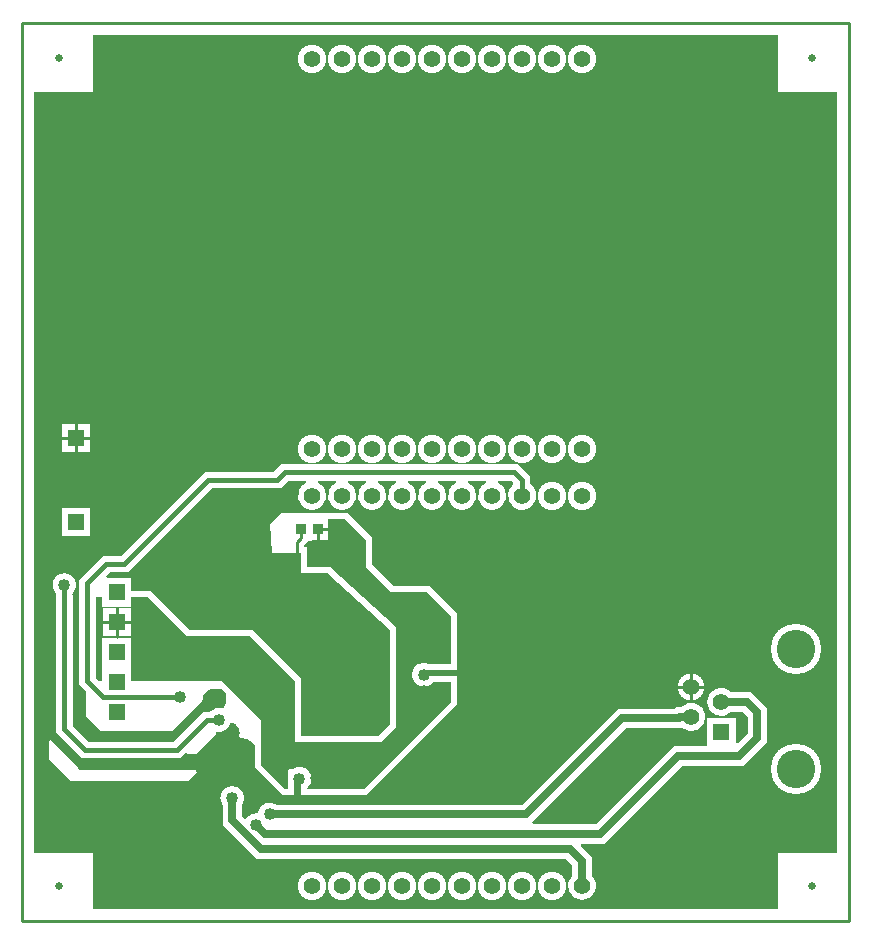
<source format=gbr>
%FSLAX25Y25*MOIN*%
%IR0*IPPOS*OFA0.00000B0.00000*MIA0B0*SFA1.00000B1.00000*%
%ADD17C,.128*%
%ADD13R,.032X.038*%
%ADD11C,.04*%
%ADD14C,.024*%
%ADD10C,.025*%
%ADD15C,.055*%
%ADD16R,.055X.055*%
%ADD12R,.058X.058*%
%ADD18C,.01*%
%ADD19C,.015*%
%ADD20C,.168004*%
%ADD23R,.092004X.092004*%
%ADD22C,.095004*%
%ADD21C,.089004*%
%ADD24R,.098004X.098004*%
G75*
%LPD*%
G75*
G36*
G01X271654Y22814D02*
X251989D01*
Y3937D01*
X23602D01*
Y22814D01*
X3937D01*
Y276398D01*
X23602D01*
Y295276D01*
X251989D01*
Y276398D01*
X271654D01*
Y22814D01*
G37*
%LPC*%
G75*
G36*
G01X240346Y51750D02*
X219846D01*
X193846Y25750D01*
X186426D01*
G03X186143Y25067I0J-400D01*
G01X189864Y21346D01*
Y15196D01*
G02X183364I-3250J-3464D01*
G01Y18654D01*
X181382Y20636D01*
X78268D01*
X66750Y32154D01*
Y38668D01*
G02X73250I3250J2332D01*
G01Y34846D01*
X74010Y34087D01*
G03X74630Y34154I283J283D01*
G02X78527Y35965I3371J-2154D01*
G02X84832Y38750I3973J-465D01*
G01X166654D01*
X198654Y70750D01*
X217404D01*
X217904Y71250D01*
X219536D01*
G02X220084Y64250I3464J-3250D01*
G01X201346D01*
X170030Y32933D01*
G03X170312Y32250I283J-283D01*
G01X191154D01*
X217154Y58250D01*
X228250D01*
Y67750D01*
X237750D01*
Y59312D01*
G03X238433Y59030I400J0D01*
G01X241750Y62346D01*
Y68154D01*
X240154Y69750D01*
X236464D01*
G02Y76250I-3464J3250D01*
G01X242846D01*
X248250Y70846D01*
Y59654D01*
X240346Y51750D01*
G37*
G36*
G01X8750Y54139D02*
Y59895D01*
G02X9433Y60178I400J0D01*
G01X19361Y50250D01*
X57895D01*
G02X58178Y49567I0J-400D01*
G01X55361Y46750D01*
X16139D01*
X8750Y54139D01*
G37*
G36*
G01X90500Y42000D02*
X86672D01*
X77500Y51172D01*
Y58730D01*
G03X77100Y59130I-400J0D01*
G02X76773Y59300I0J400D01*
G03X72812Y60941I-3273J-2300D01*
G02X72357Y61440I-69J394D01*
G03X69893Y66250I-3857J1060D01*
G03X69367Y65977I-139J-375D01*
G02X64957Y63037I-3867J1023D01*
G03X64503Y62656I-54J-396D01*
G03X64500Y62473I3997J-155D01*
G01X64500Y62390D01*
X57861Y55750D01*
X55105D01*
G02X54822Y55867I0J400D01*
G03X54257I-283J-283D01*
G01X52639Y54250D01*
X19861D01*
X11250Y62861D01*
Y109095D01*
G02X16750I2750J2905D01*
G01Y65139D01*
X22139Y59750D01*
X50361D01*
X60361Y69750D01*
X62595D01*
G02X66688Y70820I2905J-2750D01*
G03X67177Y71048I119J382D01*
G02X67224Y71132I370J-153D01*
G03X67776Y74820I-3224J2368D01*
G02X67871Y75235I378J132D01*
G03Y75800I-283J283D01*
G01X66300Y77371D01*
G03X65735I-283J-283D01*
G02X65320Y77276I-283J283D01*
G03X60000Y73473I-1320J-3776D01*
G01X60000Y73390D01*
X49861Y63250D01*
X26139D01*
X21250Y68139D01*
Y75395D01*
G02X21367Y75678I400J0D01*
G03Y76243I-283J283D01*
G01X18750Y78861D01*
Y113639D01*
X26861Y121750D01*
X32861D01*
X60861Y149750D01*
X83861D01*
X86361Y152250D01*
X165139D01*
X169364Y148025D01*
Y145605D01*
G02X163593Y145398I-2750J-3873D01*
G03X163622Y145989I-254J309D01*
G01X162861Y146750D01*
X158894D01*
G03X158717Y145991I0J-400D01*
G02X154511I-2103J-4259D01*
G03X154334Y146750I-177J359D01*
G01X148894D01*
G03X148717Y145991I0J-400D01*
G02X144511I-2103J-4259D01*
G03X144334Y146750I-177J359D01*
G01X138894D01*
G03X138717Y145991I0J-400D01*
G02X134511I-2103J-4259D01*
G03X134334Y146750I-177J359D01*
G01X128894D01*
G03X128717Y145991I0J-400D01*
G02X124511I-2103J-4259D01*
G03X124334Y146750I-177J359D01*
G01X118894D01*
G03X118717Y145991I0J-400D01*
G02X114511I-2103J-4259D01*
G03X114334Y146750I-177J359D01*
G01X108894D01*
G03X108717Y145991I0J-400D01*
G02X104511I-2103J-4259D01*
G03X104334Y146750I-177J359D01*
G01X98894D01*
G03X98717Y145991I0J-400D01*
G02X94511I-2103J-4259D01*
G03X94334Y146750I-177J359D01*
G01X88639D01*
X86139Y144250D01*
X63139D01*
X35139Y116250D01*
X29139D01*
X27972Y115083D01*
G03X28255Y114400I283J-283D01*
G01X36400D01*
Y110000D01*
X42828D01*
X55828Y97000D01*
X76828D01*
X93000Y80828D01*
Y61500D01*
X118672D01*
X122500Y65328D01*
Y97115D01*
X101727Y116000D01*
X93000D01*
Y122500D01*
X83138D01*
X82440Y132268D01*
X86172Y136000D01*
X108328D01*
X116500Y127829D01*
Y118828D01*
X123829Y111500D01*
X135829D01*
X145000Y102328D01*
Y83500D01*
X132500D01*
Y81500D01*
X145000D01*
Y72172D01*
X114828Y42000D01*
X93000D01*
Y48500D01*
X90500D01*
Y42000D01*
G37*
G54D20*
X258000Y90500D03*
Y50500D03*
G54D23*
X18000Y161000D03*
G54D22*
X176614Y287402D03*
X186614D03*
X176614Y141732D03*
X186614D03*
Y157402D03*
X176614D03*
Y11732D03*
X146614Y287402D03*
X156614D03*
X166614D03*
Y157402D03*
X156614D03*
X146614D03*
X166614Y11732D03*
X156614D03*
X146614D03*
X126614Y287402D03*
X136614D03*
Y157402D03*
X126614D03*
X136614Y11732D03*
X126614D03*
X96614Y287402D03*
X106614D03*
X116614D03*
Y157402D03*
X106614D03*
X96614D03*
X116614Y11732D03*
X106614D03*
X96614D03*
G54D21*
X223000Y78000D03*
G54D24*
X18000Y133000D03*
%LPD*%
G75*
G36*
G01X87500Y44000D02*
X79500Y52000D01*
Y67000D01*
X66500Y80000D01*
X36400D01*
Y94400D01*
X26600D01*
Y80000D01*
X25389D01*
X24500Y80889D01*
Y108000D01*
X26600D01*
Y104600D01*
X36400D01*
Y108000D01*
X42000D01*
X55000Y95000D01*
X76000D01*
X91000Y80000D01*
Y59500D01*
X119500D01*
X124500Y64500D01*
Y98000D01*
X102500Y118000D01*
X95000D01*
Y124500D01*
X94000D01*
Y125164D01*
X95436Y126600D01*
X96500D01*
Y126900D01*
X101800D01*
Y134000D01*
X107500D01*
X114500Y127000D01*
Y118000D01*
X123000Y109500D01*
X135000D01*
X143000Y101500D01*
Y85500D01*
X136008D01*
G03X131839Y85529I-2108J-3400D01*
G01X131792Y85500D01*
X131500D01*
X130500Y84500D01*
Y84208D01*
X130471Y84161D01*
G03X136940Y79500I3429J-2061D01*
G01X143000D01*
Y73000D01*
X114000Y44000D01*
X95000D01*
Y44359D01*
X95067Y44418D01*
G03X89925Y50543I-2667J2982D01*
G01X89871Y50500D01*
X89000D01*
X88500Y50000D01*
Y48290D01*
X88495Y48268D01*
G03Y46532I3905J-868D01*
G01X88500Y46510D01*
Y44000D01*
X87500D01*
G37*
%LPC*%
G75*
G54D23*
X31500Y99500D03*
%LPD*%
G75*
G54D10*
G01X70000Y41000D02*
Y33500D01*
X79614Y23886D01*
X182728D01*
X186614Y20000D01*
Y11732D01*
G01X223000Y68000D02*
X219250D01*
X218750Y67500D01*
X200000D01*
X168000Y35500D01*
X82500D01*
G01X233000Y73000D02*
X241500D01*
X245000Y69500D01*
Y61000D01*
X239000Y55000D01*
X218500D01*
X192500Y29000D01*
X81000D01*
X78000Y32000D01*
X12402Y11614D03*
Y287598D03*
X263189Y11614D03*
Y287598D03*
G54D11*
X14900Y30100D03*
X14000Y112000D03*
X15000Y265000D03*
X70000Y41000D03*
X65500Y67000D03*
X52500Y74500D03*
Y85000D03*
X82500Y35500D03*
X78000Y32000D03*
X92400Y47400D03*
X98000Y47500D03*
X133900Y82100D03*
X134000Y76500D03*
X137000Y94500D03*
X230000Y15000D03*
X260000Y265000D03*
G54D12*
X18000Y133000D03*
Y161000D03*
X31500Y69500D03*
Y79500D03*
Y89500D03*
Y109500D03*
Y99500D03*
G54D13*
X92900Y130500D03*
X98500D03*
G54D14*
X91500Y121500D03*
X99500D03*
G54D15*
X96614Y11732D03*
X106614D03*
X116614D03*
X96614Y157402D03*
X106614D03*
X116614D03*
Y141732D03*
X106614D03*
X96614D03*
X116614Y287402D03*
X106614D03*
X96614D03*
X126614Y11732D03*
X136614D03*
X126614Y157402D03*
X136614D03*
Y141732D03*
X126614D03*
X136614Y287402D03*
X126614D03*
X146614Y11732D03*
X156614D03*
X166614D03*
X146614Y157402D03*
X156614D03*
X166614D03*
Y141732D03*
X156614D03*
X146614D03*
X166614Y287402D03*
X156614D03*
X146614D03*
X176614Y11732D03*
X186614D03*
X176614Y157402D03*
X186614D03*
Y141732D03*
X176614D03*
X186614Y287402D03*
X176614D03*
X223000Y68000D03*
X233000Y73000D03*
X223000Y78000D03*
G54D16*
X233000Y63000D03*
G54D17*
X258000Y50500D03*
Y90500D03*
G54D18*
G01X18000Y156200D02*
Y161000D01*
G01D02*
Y165800D01*
G01X13200Y161000D02*
X18000D01*
G01D02*
X22800D01*
G01X31500Y94700D02*
Y99500D01*
G01D02*
Y104300D01*
G01X26700Y99500D02*
X31500D01*
G01D02*
X36300D01*
G01X91500Y121500D02*
Y126200D01*
X92900Y127600D01*
Y130500D01*
G01X98500Y126700D02*
Y130500D01*
G01D02*
X102000D01*
G01X223000Y73350D02*
Y78000D01*
G01D02*
Y82650D01*
G01X218350Y78000D02*
X223000D01*
G01D02*
X227650D01*
G01X0Y0D02*
X275591D01*
Y299213D01*
X0D01*
Y0D01*
G54D19*
G01X14000Y112000D02*
Y64000D01*
X21000Y57000D01*
X51500D01*
X61500Y67000D01*
X65500D01*
G01X166614Y141732D02*
Y146886D01*
X164000Y149500D01*
X87500D01*
X85000Y147000D01*
X62000D01*
X34000Y119000D01*
X28000D01*
X21500Y112500D01*
Y80000D01*
X27000Y74500D01*
X52500D01*
M02*

</source>
